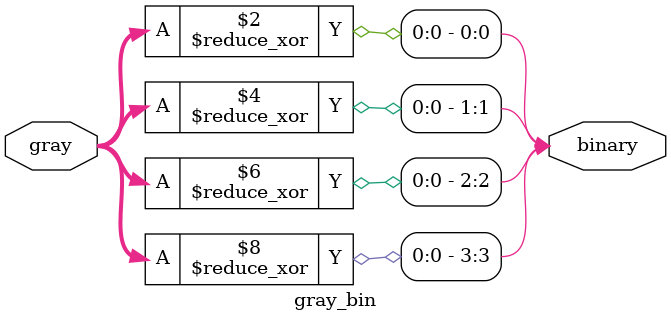
<source format=v>
module gray_bin(input [3:0]gray ,output [3:0]binary);
  genvar i;
  for(i=0;i<4;i++)
    assign binary[i]=^(gray<<0);
  
endmodule
    


</source>
